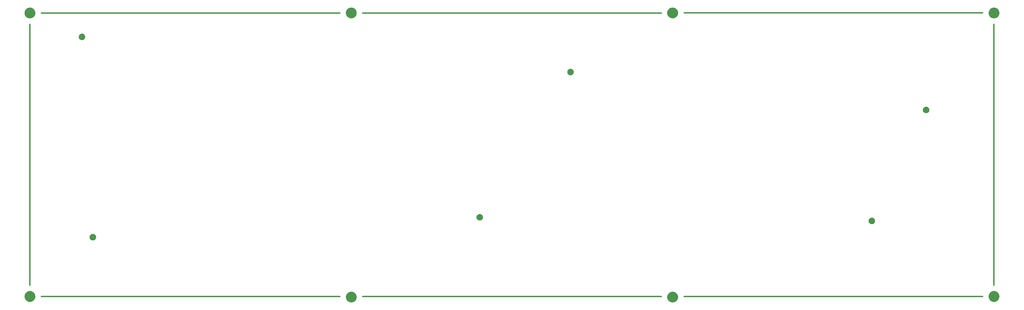
<source format=gbr>
%TF.GenerationSoftware,KiCad,Pcbnew,(5.1.6-0-10_14)*%
%TF.CreationDate,2021-09-05T19:18:27-05:00*%
%TF.ProjectId,EVO70_FR4_plate_acrylic,45564f37-305f-4465-9234-5f706c617465,rev?*%
%TF.SameCoordinates,Original*%
%TF.FileFunction,Soldermask,Top*%
%TF.FilePolarity,Negative*%
%FSLAX46Y46*%
G04 Gerber Fmt 4.6, Leading zero omitted, Abs format (unit mm)*
G04 Created by KiCad (PCBNEW (5.1.6-0-10_14)) date 2021-09-05 19:18:27*
%MOMM*%
%LPD*%
G01*
G04 APERTURE LIST*
%ADD10C,0.508000*%
%ADD11C,0.100000*%
G04 APERTURE END LIST*
D10*
X284809333Y-103150000D02*
X394824000Y-103150000D01*
X166412667Y-103180000D02*
X276427334Y-103180000D01*
X48016000Y-103180000D02*
X158030667Y-103180000D01*
X43825000Y-107371000D02*
X43825000Y-203749000D01*
X48016000Y-207940000D02*
X158030667Y-207940000D01*
X166412700Y-207940000D02*
X276427367Y-207940000D01*
X284810000Y-207940000D02*
X394824000Y-207940000D01*
X399015000Y-107371000D02*
X399015000Y-203749000D01*
D11*
G36*
X281201709Y-206226859D02*
G01*
X281565686Y-206377623D01*
X281893253Y-206596496D01*
X282171834Y-206875077D01*
X282390707Y-207202644D01*
X282541471Y-207566621D01*
X282618330Y-207953017D01*
X282618330Y-208346983D01*
X282541471Y-208733379D01*
X282390707Y-209097356D01*
X282171834Y-209424923D01*
X281893253Y-209703504D01*
X281565686Y-209922377D01*
X281201709Y-210073141D01*
X280815313Y-210150000D01*
X280421347Y-210150000D01*
X280034951Y-210073141D01*
X279670974Y-209922377D01*
X279343407Y-209703504D01*
X279064826Y-209424923D01*
X278845953Y-209097356D01*
X278695189Y-208733379D01*
X278618330Y-208346983D01*
X278618330Y-207953017D01*
X278695189Y-207566621D01*
X278845953Y-207202644D01*
X279064826Y-206875077D01*
X279343407Y-206596496D01*
X279670974Y-206377623D01*
X280034951Y-206226859D01*
X280421347Y-206150000D01*
X280815313Y-206150000D01*
X281201709Y-206226859D01*
G37*
G36*
X162805079Y-206226859D02*
G01*
X163169056Y-206377623D01*
X163496623Y-206596496D01*
X163775204Y-206875077D01*
X163994077Y-207202644D01*
X164144841Y-207566621D01*
X164221700Y-207953017D01*
X164221700Y-208346983D01*
X164144841Y-208733379D01*
X163994077Y-209097356D01*
X163775204Y-209424923D01*
X163496623Y-209703504D01*
X163169056Y-209922377D01*
X162805079Y-210073141D01*
X162418683Y-210150000D01*
X162024717Y-210150000D01*
X161638321Y-210073141D01*
X161274344Y-209922377D01*
X160946777Y-209703504D01*
X160668196Y-209424923D01*
X160449323Y-209097356D01*
X160298559Y-208733379D01*
X160221700Y-208346983D01*
X160221700Y-207953017D01*
X160298559Y-207566621D01*
X160449323Y-207202644D01*
X160668196Y-206875077D01*
X160946777Y-206596496D01*
X161274344Y-206377623D01*
X161638321Y-206226859D01*
X162024717Y-206150000D01*
X162418683Y-206150000D01*
X162805079Y-206226859D01*
G37*
G36*
X399598379Y-206016859D02*
G01*
X399962356Y-206167623D01*
X400289923Y-206386496D01*
X400568504Y-206665077D01*
X400787377Y-206992644D01*
X400938141Y-207356621D01*
X401015000Y-207743017D01*
X401015000Y-208136983D01*
X400938141Y-208523379D01*
X400787377Y-208887356D01*
X400568504Y-209214923D01*
X400289923Y-209493504D01*
X399962356Y-209712377D01*
X399598379Y-209863141D01*
X399211983Y-209940000D01*
X398818017Y-209940000D01*
X398431621Y-209863141D01*
X398067644Y-209712377D01*
X397740077Y-209493504D01*
X397461496Y-209214923D01*
X397242623Y-208887356D01*
X397091859Y-208523379D01*
X397015000Y-208136983D01*
X397015000Y-207743017D01*
X397091859Y-207356621D01*
X397242623Y-206992644D01*
X397461496Y-206665077D01*
X397740077Y-206386496D01*
X398067644Y-206167623D01*
X398431621Y-206016859D01*
X398818017Y-205940000D01*
X399211983Y-205940000D01*
X399598379Y-206016859D01*
G37*
G36*
X44408379Y-206016859D02*
G01*
X44772356Y-206167623D01*
X45099923Y-206386496D01*
X45378504Y-206665077D01*
X45597377Y-206992644D01*
X45748141Y-207356621D01*
X45825000Y-207743017D01*
X45825000Y-208136983D01*
X45748141Y-208523379D01*
X45597377Y-208887356D01*
X45378504Y-209214923D01*
X45099923Y-209493504D01*
X44772356Y-209712377D01*
X44408379Y-209863141D01*
X44021983Y-209940000D01*
X43628017Y-209940000D01*
X43241621Y-209863141D01*
X42877644Y-209712377D01*
X42550077Y-209493504D01*
X42271496Y-209214923D01*
X42052623Y-208887356D01*
X41901859Y-208523379D01*
X41825000Y-208136983D01*
X41825000Y-207743017D01*
X41901859Y-207356621D01*
X42052623Y-206992644D01*
X42271496Y-206665077D01*
X42550077Y-206386496D01*
X42877644Y-206167623D01*
X43241621Y-206016859D01*
X43628017Y-205940000D01*
X44021983Y-205940000D01*
X44408379Y-206016859D01*
G37*
G36*
X67350026Y-184846115D02*
G01*
X67568413Y-184936574D01*
X67764955Y-185067899D01*
X67932101Y-185235045D01*
X68063426Y-185431587D01*
X68153885Y-185649974D01*
X68200000Y-185881810D01*
X68200000Y-186118190D01*
X68153885Y-186350026D01*
X68063426Y-186568413D01*
X67932101Y-186764955D01*
X67764955Y-186932101D01*
X67568413Y-187063426D01*
X67350026Y-187153885D01*
X67118190Y-187200000D01*
X66881810Y-187200000D01*
X66649974Y-187153885D01*
X66431587Y-187063426D01*
X66235045Y-186932101D01*
X66067899Y-186764955D01*
X65936574Y-186568413D01*
X65846115Y-186350026D01*
X65800000Y-186118190D01*
X65800000Y-185881810D01*
X65846115Y-185649974D01*
X65936574Y-185431587D01*
X66067899Y-185235045D01*
X66235045Y-185067899D01*
X66431587Y-184936574D01*
X66649974Y-184846115D01*
X66881810Y-184800000D01*
X67118190Y-184800000D01*
X67350026Y-184846115D01*
G37*
G36*
X354350026Y-178846115D02*
G01*
X354568413Y-178936574D01*
X354764955Y-179067899D01*
X354932101Y-179235045D01*
X355052312Y-179414954D01*
X355063426Y-179431587D01*
X355153885Y-179649974D01*
X355200000Y-179881810D01*
X355200000Y-180118190D01*
X355153885Y-180350026D01*
X355063426Y-180568413D01*
X354932101Y-180764955D01*
X354764955Y-180932101D01*
X354568413Y-181063426D01*
X354350026Y-181153885D01*
X354118190Y-181200000D01*
X353881810Y-181200000D01*
X353649974Y-181153885D01*
X353431587Y-181063426D01*
X353235045Y-180932101D01*
X353067899Y-180764955D01*
X352936574Y-180568413D01*
X352846115Y-180350026D01*
X352800000Y-180118190D01*
X352800000Y-179881810D01*
X352846115Y-179649974D01*
X352936574Y-179431587D01*
X352947688Y-179414954D01*
X353067899Y-179235045D01*
X353235045Y-179067899D01*
X353431587Y-178936574D01*
X353649974Y-178846115D01*
X353881810Y-178800000D01*
X354118190Y-178800000D01*
X354350026Y-178846115D01*
G37*
G36*
X209887526Y-177496115D02*
G01*
X210105913Y-177586574D01*
X210302455Y-177717899D01*
X210469601Y-177885045D01*
X210600926Y-178081587D01*
X210691385Y-178299974D01*
X210737500Y-178531810D01*
X210737500Y-178768190D01*
X210691385Y-179000026D01*
X210663271Y-179067899D01*
X210600926Y-179218413D01*
X210469601Y-179414955D01*
X210302455Y-179582101D01*
X210105913Y-179713426D01*
X209887526Y-179803885D01*
X209655690Y-179850000D01*
X209419310Y-179850000D01*
X209187474Y-179803885D01*
X208969087Y-179713426D01*
X208772545Y-179582101D01*
X208605399Y-179414955D01*
X208474074Y-179218413D01*
X208411729Y-179067899D01*
X208383615Y-179000026D01*
X208337500Y-178768190D01*
X208337500Y-178531810D01*
X208383615Y-178299974D01*
X208474074Y-178081587D01*
X208605399Y-177885045D01*
X208772545Y-177717899D01*
X208969087Y-177586574D01*
X209187474Y-177496115D01*
X209419310Y-177450000D01*
X209655690Y-177450000D01*
X209887526Y-177496115D01*
G37*
G36*
X374350026Y-137846115D02*
G01*
X374568413Y-137936574D01*
X374764955Y-138067899D01*
X374932101Y-138235045D01*
X375063426Y-138431587D01*
X375153885Y-138649974D01*
X375200000Y-138881810D01*
X375200000Y-139118190D01*
X375153885Y-139350026D01*
X375063426Y-139568413D01*
X374932101Y-139764955D01*
X374764955Y-139932101D01*
X374568413Y-140063426D01*
X374350026Y-140153885D01*
X374118190Y-140200000D01*
X373881810Y-140200000D01*
X373649974Y-140153885D01*
X373431587Y-140063426D01*
X373235045Y-139932101D01*
X373067899Y-139764955D01*
X372936574Y-139568413D01*
X372846115Y-139350026D01*
X372800000Y-139118190D01*
X372800000Y-138881810D01*
X372846115Y-138649974D01*
X372936574Y-138431587D01*
X373067899Y-138235045D01*
X373235045Y-138067899D01*
X373431587Y-137936574D01*
X373649974Y-137846115D01*
X373881810Y-137800000D01*
X374118190Y-137800000D01*
X374350026Y-137846115D01*
G37*
G36*
X243350026Y-123846115D02*
G01*
X243568413Y-123936574D01*
X243764955Y-124067899D01*
X243932101Y-124235045D01*
X244063426Y-124431587D01*
X244153885Y-124649974D01*
X244200000Y-124881810D01*
X244200000Y-125118190D01*
X244153885Y-125350026D01*
X244063426Y-125568413D01*
X243932101Y-125764955D01*
X243764955Y-125932101D01*
X243568413Y-126063426D01*
X243350026Y-126153885D01*
X243118190Y-126200000D01*
X242881810Y-126200000D01*
X242649974Y-126153885D01*
X242431587Y-126063426D01*
X242235045Y-125932101D01*
X242067899Y-125764955D01*
X241936574Y-125568413D01*
X241846115Y-125350026D01*
X241800000Y-125118190D01*
X241800000Y-124881810D01*
X241846115Y-124649974D01*
X241936574Y-124431587D01*
X242067899Y-124235045D01*
X242235045Y-124067899D01*
X242431587Y-123936574D01*
X242649974Y-123846115D01*
X242881810Y-123800000D01*
X243118190Y-123800000D01*
X243350026Y-123846115D01*
G37*
G36*
X63350026Y-110846115D02*
G01*
X63568413Y-110936574D01*
X63764955Y-111067899D01*
X63932101Y-111235045D01*
X64063426Y-111431587D01*
X64153885Y-111649974D01*
X64200000Y-111881810D01*
X64200000Y-112118190D01*
X64153885Y-112350026D01*
X64063426Y-112568413D01*
X63932101Y-112764955D01*
X63764955Y-112932101D01*
X63568413Y-113063426D01*
X63350026Y-113153885D01*
X63118190Y-113200000D01*
X62881810Y-113200000D01*
X62649974Y-113153885D01*
X62431587Y-113063426D01*
X62235045Y-112932101D01*
X62067899Y-112764955D01*
X61936574Y-112568413D01*
X61846115Y-112350026D01*
X61800000Y-112118190D01*
X61800000Y-111881810D01*
X61846115Y-111649974D01*
X61936574Y-111431587D01*
X62067899Y-111235045D01*
X62235045Y-111067899D01*
X62431587Y-110936574D01*
X62649974Y-110846115D01*
X62881810Y-110800000D01*
X63118190Y-110800000D01*
X63350026Y-110846115D01*
G37*
G36*
X399598379Y-101256859D02*
G01*
X399962356Y-101407623D01*
X400289923Y-101626496D01*
X400568504Y-101905077D01*
X400787377Y-102232644D01*
X400938141Y-102596621D01*
X401015000Y-102983017D01*
X401015000Y-103376983D01*
X400938141Y-103763379D01*
X400787377Y-104127356D01*
X400568504Y-104454923D01*
X400289923Y-104733504D01*
X399962356Y-104952377D01*
X399598379Y-105103141D01*
X399211983Y-105180000D01*
X398818017Y-105180000D01*
X398431621Y-105103141D01*
X398067644Y-104952377D01*
X397740077Y-104733504D01*
X397461496Y-104454923D01*
X397242623Y-104127356D01*
X397091859Y-103763379D01*
X397015000Y-103376983D01*
X397015000Y-102983017D01*
X397091859Y-102596621D01*
X397242623Y-102232644D01*
X397461496Y-101905077D01*
X397740077Y-101626496D01*
X398067644Y-101407623D01*
X398431621Y-101256859D01*
X398818017Y-101180000D01*
X399211983Y-101180000D01*
X399598379Y-101256859D01*
G37*
G36*
X44408379Y-101256859D02*
G01*
X44772356Y-101407623D01*
X45099923Y-101626496D01*
X45378504Y-101905077D01*
X45597377Y-102232644D01*
X45748141Y-102596621D01*
X45825000Y-102983017D01*
X45825000Y-103376983D01*
X45748141Y-103763379D01*
X45597377Y-104127356D01*
X45378504Y-104454923D01*
X45099923Y-104733504D01*
X44772356Y-104952377D01*
X44408379Y-105103141D01*
X44021983Y-105180000D01*
X43628017Y-105180000D01*
X43241621Y-105103141D01*
X42877644Y-104952377D01*
X42550077Y-104733504D01*
X42271496Y-104454923D01*
X42052623Y-104127356D01*
X41901859Y-103763379D01*
X41825000Y-103376983D01*
X41825000Y-102983017D01*
X41901859Y-102596621D01*
X42052623Y-102232644D01*
X42271496Y-101905077D01*
X42550077Y-101626496D01*
X42877644Y-101407623D01*
X43241621Y-101256859D01*
X43628017Y-101180000D01*
X44021983Y-101180000D01*
X44408379Y-101256859D01*
G37*
G36*
X281201712Y-101226859D02*
G01*
X281565689Y-101377623D01*
X281893256Y-101596496D01*
X282171837Y-101875077D01*
X282390710Y-102202644D01*
X282541474Y-102566621D01*
X282618333Y-102953017D01*
X282618333Y-103346983D01*
X282541474Y-103733379D01*
X282390710Y-104097356D01*
X282171837Y-104424923D01*
X281893256Y-104703504D01*
X281565689Y-104922377D01*
X281201712Y-105073141D01*
X280815316Y-105150000D01*
X280421350Y-105150000D01*
X280034954Y-105073141D01*
X279670977Y-104922377D01*
X279343410Y-104703504D01*
X279064829Y-104424923D01*
X278845956Y-104097356D01*
X278695192Y-103733379D01*
X278618333Y-103346983D01*
X278618333Y-102953017D01*
X278695192Y-102566621D01*
X278845956Y-102202644D01*
X279064829Y-101875077D01*
X279343410Y-101596496D01*
X279670977Y-101377623D01*
X280034954Y-101226859D01*
X280421350Y-101150000D01*
X280815316Y-101150000D01*
X281201712Y-101226859D01*
G37*
G36*
X162805046Y-101226859D02*
G01*
X163169023Y-101377623D01*
X163496590Y-101596496D01*
X163775171Y-101875077D01*
X163994044Y-102202644D01*
X164144808Y-102566621D01*
X164221667Y-102953017D01*
X164221667Y-103346983D01*
X164144808Y-103733379D01*
X163994044Y-104097356D01*
X163775171Y-104424923D01*
X163496590Y-104703504D01*
X163169023Y-104922377D01*
X162805046Y-105073141D01*
X162418650Y-105150000D01*
X162024684Y-105150000D01*
X161638288Y-105073141D01*
X161274311Y-104922377D01*
X160946744Y-104703504D01*
X160668163Y-104424923D01*
X160449290Y-104097356D01*
X160298526Y-103733379D01*
X160221667Y-103346983D01*
X160221667Y-102953017D01*
X160298526Y-102566621D01*
X160449290Y-102202644D01*
X160668163Y-101875077D01*
X160946744Y-101596496D01*
X161274311Y-101377623D01*
X161638288Y-101226859D01*
X162024684Y-101150000D01*
X162418650Y-101150000D01*
X162805046Y-101226859D01*
G37*
M02*

</source>
